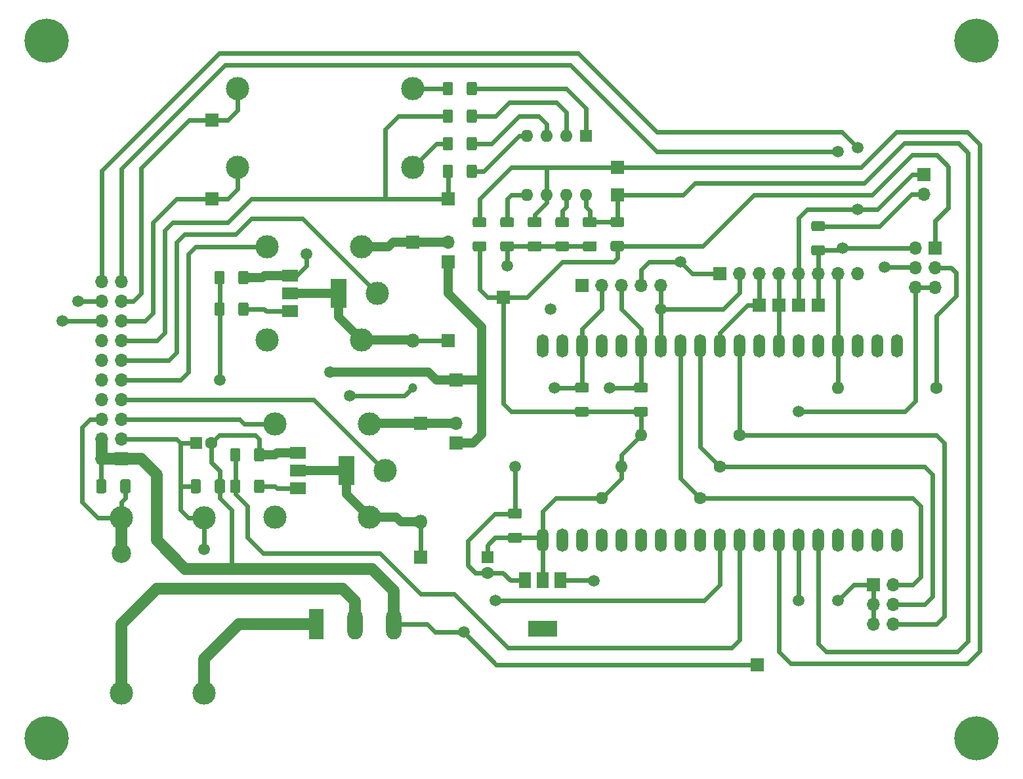
<source format=gbr>
%TF.GenerationSoftware,KiCad,Pcbnew,(5.1.12-1-10_14)*%
%TF.CreationDate,2023-02-10T09:11:58+01:00*%
%TF.ProjectId,Airlock-Mainboard,4169726c-6f63-46b2-9d4d-61696e626f61,rev?*%
%TF.SameCoordinates,Original*%
%TF.FileFunction,Copper,L2,Bot*%
%TF.FilePolarity,Positive*%
%FSLAX46Y46*%
G04 Gerber Fmt 4.6, Leading zero omitted, Abs format (unit mm)*
G04 Created by KiCad (PCBNEW (5.1.12-1-10_14)) date 2023-02-10 09:11:58*
%MOMM*%
%LPD*%
G01*
G04 APERTURE LIST*
%TA.AperFunction,ConnectorPad*%
%ADD10C,5.700000*%
%TD*%
%TA.AperFunction,ComponentPad*%
%ADD11C,3.600000*%
%TD*%
%TA.AperFunction,ComponentPad*%
%ADD12R,1.600000X1.600000*%
%TD*%
%TA.AperFunction,ComponentPad*%
%ADD13C,1.600000*%
%TD*%
%TA.AperFunction,ComponentPad*%
%ADD14R,1.200000X1.200000*%
%TD*%
%TA.AperFunction,ComponentPad*%
%ADD15C,1.200000*%
%TD*%
%TA.AperFunction,ComponentPad*%
%ADD16R,1.800000X1.800000*%
%TD*%
%TA.AperFunction,ComponentPad*%
%ADD17O,1.800000X1.800000*%
%TD*%
%TA.AperFunction,ComponentPad*%
%ADD18C,3.000000*%
%TD*%
%TA.AperFunction,ComponentPad*%
%ADD19R,1.980000X3.960000*%
%TD*%
%TA.AperFunction,ComponentPad*%
%ADD20O,1.980000X3.960000*%
%TD*%
%TA.AperFunction,ComponentPad*%
%ADD21R,1.700000X1.700000*%
%TD*%
%TA.AperFunction,ComponentPad*%
%ADD22O,1.700000X1.700000*%
%TD*%
%TA.AperFunction,SMDPad,CuDef*%
%ADD23R,2.000000X3.800000*%
%TD*%
%TA.AperFunction,SMDPad,CuDef*%
%ADD24R,2.000000X1.500000*%
%TD*%
%TA.AperFunction,SMDPad,CuDef*%
%ADD25R,3.800000X2.000000*%
%TD*%
%TA.AperFunction,SMDPad,CuDef*%
%ADD26R,1.500000X2.000000*%
%TD*%
%TA.AperFunction,ComponentPad*%
%ADD27O,1.600000X1.600000*%
%TD*%
%TA.AperFunction,ComponentPad*%
%ADD28O,1.500000X3.000000*%
%TD*%
%TA.AperFunction,ViaPad*%
%ADD29C,1.500000*%
%TD*%
%TA.AperFunction,ViaPad*%
%ADD30C,2.500000*%
%TD*%
%TA.AperFunction,Conductor*%
%ADD31C,0.600000*%
%TD*%
%TA.AperFunction,Conductor*%
%ADD32C,1.200000*%
%TD*%
%TA.AperFunction,Conductor*%
%ADD33C,1.500000*%
%TD*%
G04 APERTURE END LIST*
D10*
%TO.P,REF\u002A\u002A,1*%
%TO.N,N/C*%
X65000000Y-135000000D03*
D11*
X65000000Y-135000000D03*
%TD*%
D10*
%TO.P,REF\u002A\u002A,1*%
%TO.N,N/C*%
X185000000Y-135000000D03*
D11*
X185000000Y-135000000D03*
%TD*%
D10*
%TO.P,REF\u002A\u002A,1*%
%TO.N,N/C*%
X185000000Y-45000000D03*
D11*
X185000000Y-45000000D03*
%TD*%
D10*
%TO.P,REF\u002A\u002A,1*%
%TO.N,N/C*%
X65000000Y-45000000D03*
D11*
X65000000Y-45000000D03*
%TD*%
D12*
%TO.P,C2,1*%
%TO.N,+5V*%
X84306000Y-96890000D03*
D13*
%TO.P,C2,2*%
%TO.N,GND*%
X86306000Y-96890000D03*
%TD*%
%TO.P,C1,2*%
%TO.N,GND*%
%TA.AperFunction,SMDPad,CuDef*%
G36*
G01*
X86730000Y-103128001D02*
X86730000Y-101827999D01*
G75*
G02*
X86979999Y-101578000I249999J0D01*
G01*
X87805001Y-101578000D01*
G75*
G02*
X88055000Y-101827999I0J-249999D01*
G01*
X88055000Y-103128001D01*
G75*
G02*
X87805001Y-103378000I-249999J0D01*
G01*
X86979999Y-103378000D01*
G75*
G02*
X86730000Y-103128001I0J249999D01*
G01*
G37*
%TD.AperFunction*%
%TO.P,C1,1*%
%TO.N,+5V*%
%TA.AperFunction,SMDPad,CuDef*%
G36*
G01*
X83605000Y-103128001D02*
X83605000Y-101827999D01*
G75*
G02*
X83854999Y-101578000I249999J0D01*
G01*
X84680001Y-101578000D01*
G75*
G02*
X84930000Y-101827999I0J-249999D01*
G01*
X84930000Y-103128001D01*
G75*
G02*
X84680001Y-103378000I-249999J0D01*
G01*
X83854999Y-103378000D01*
G75*
G02*
X83605000Y-103128001I0J249999D01*
G01*
G37*
%TD.AperFunction*%
%TD*%
%TO.P,C3,1*%
%TO.N,+12V*%
%TA.AperFunction,SMDPad,CuDef*%
G36*
G01*
X75863000Y-101827999D02*
X75863000Y-103128001D01*
G75*
G02*
X75613001Y-103378000I-249999J0D01*
G01*
X74787999Y-103378000D01*
G75*
G02*
X74538000Y-103128001I0J249999D01*
G01*
X74538000Y-101827999D01*
G75*
G02*
X74787999Y-101578000I249999J0D01*
G01*
X75613001Y-101578000D01*
G75*
G02*
X75863000Y-101827999I0J-249999D01*
G01*
G37*
%TD.AperFunction*%
%TO.P,C3,2*%
%TO.N,GND*%
%TA.AperFunction,SMDPad,CuDef*%
G36*
G01*
X72738000Y-101827999D02*
X72738000Y-103128001D01*
G75*
G02*
X72488001Y-103378000I-249999J0D01*
G01*
X71662999Y-103378000D01*
G75*
G02*
X71413000Y-103128001I0J249999D01*
G01*
X71413000Y-101827999D01*
G75*
G02*
X71662999Y-101578000I249999J0D01*
G01*
X72488001Y-101578000D01*
G75*
G02*
X72738000Y-101827999I0J-249999D01*
G01*
G37*
%TD.AperFunction*%
%TD*%
%TO.P,C4,1*%
%TO.N,+3V3*%
%TA.AperFunction,SMDPad,CuDef*%
G36*
G01*
X126104001Y-109783000D02*
X124803999Y-109783000D01*
G75*
G02*
X124554000Y-109533001I0J249999D01*
G01*
X124554000Y-108707999D01*
G75*
G02*
X124803999Y-108458000I249999J0D01*
G01*
X126104001Y-108458000D01*
G75*
G02*
X126354000Y-108707999I0J-249999D01*
G01*
X126354000Y-109533001D01*
G75*
G02*
X126104001Y-109783000I-249999J0D01*
G01*
G37*
%TD.AperFunction*%
%TO.P,C4,2*%
%TO.N,GND*%
%TA.AperFunction,SMDPad,CuDef*%
G36*
G01*
X126104001Y-106658000D02*
X124803999Y-106658000D01*
G75*
G02*
X124554000Y-106408001I0J249999D01*
G01*
X124554000Y-105582999D01*
G75*
G02*
X124803999Y-105333000I249999J0D01*
G01*
X126104001Y-105333000D01*
G75*
G02*
X126354000Y-105582999I0J-249999D01*
G01*
X126354000Y-106408001D01*
G75*
G02*
X126104001Y-106658000I-249999J0D01*
G01*
G37*
%TD.AperFunction*%
%TD*%
D14*
%TO.P,C5,1*%
%TO.N,+12V*%
X112246000Y-87746000D03*
D15*
%TO.P,C5,2*%
%TO.N,GND*%
X112246000Y-89746000D03*
%TD*%
D13*
%TO.P,C6,2*%
%TO.N,GND*%
X121898000Y-113622000D03*
D12*
%TO.P,C6,1*%
%TO.N,+3V3*%
X121898000Y-111622000D03*
%TD*%
%TO.P,C7,2*%
%TO.N,GND*%
%TA.AperFunction,SMDPad,CuDef*%
G36*
G01*
X127343999Y-70866000D02*
X128644001Y-70866000D01*
G75*
G02*
X128894000Y-71115999I0J-249999D01*
G01*
X128894000Y-71941001D01*
G75*
G02*
X128644001Y-72191000I-249999J0D01*
G01*
X127343999Y-72191000D01*
G75*
G02*
X127094000Y-71941001I0J249999D01*
G01*
X127094000Y-71115999D01*
G75*
G02*
X127343999Y-70866000I249999J0D01*
G01*
G37*
%TD.AperFunction*%
%TO.P,C7,1*%
%TO.N,KlingelAussen_3V3*%
%TA.AperFunction,SMDPad,CuDef*%
G36*
G01*
X127343999Y-67741000D02*
X128644001Y-67741000D01*
G75*
G02*
X128894000Y-67990999I0J-249999D01*
G01*
X128894000Y-68816001D01*
G75*
G02*
X128644001Y-69066000I-249999J0D01*
G01*
X127343999Y-69066000D01*
G75*
G02*
X127094000Y-68816001I0J249999D01*
G01*
X127094000Y-67990999D01*
G75*
G02*
X127343999Y-67741000I249999J0D01*
G01*
G37*
%TD.AperFunction*%
%TD*%
%TO.P,C8,1*%
%TO.N,KlingelInnen_3V3*%
%TA.AperFunction,SMDPad,CuDef*%
G36*
G01*
X134455999Y-67741000D02*
X135756001Y-67741000D01*
G75*
G02*
X136006000Y-67990999I0J-249999D01*
G01*
X136006000Y-68816001D01*
G75*
G02*
X135756001Y-69066000I-249999J0D01*
G01*
X134455999Y-69066000D01*
G75*
G02*
X134206000Y-68816001I0J249999D01*
G01*
X134206000Y-67990999D01*
G75*
G02*
X134455999Y-67741000I249999J0D01*
G01*
G37*
%TD.AperFunction*%
%TO.P,C8,2*%
%TO.N,GND*%
%TA.AperFunction,SMDPad,CuDef*%
G36*
G01*
X134455999Y-70866000D02*
X135756001Y-70866000D01*
G75*
G02*
X136006000Y-71115999I0J-249999D01*
G01*
X136006000Y-71941001D01*
G75*
G02*
X135756001Y-72191000I-249999J0D01*
G01*
X134455999Y-72191000D01*
G75*
G02*
X134206000Y-71941001I0J249999D01*
G01*
X134206000Y-71115999D01*
G75*
G02*
X134455999Y-70866000I249999J0D01*
G01*
G37*
%TD.AperFunction*%
%TD*%
D16*
%TO.P,D1,1*%
%TO.N,Net-(D1-Pad1)*%
X112246000Y-70982000D03*
D17*
%TO.P,D1,2*%
%TO.N,Net-(D1-Pad2)*%
X112246000Y-83682000D03*
%TD*%
%TO.P,D2,2*%
%TO.N,Net-(D2-Pad2)*%
X113262000Y-107050000D03*
D16*
%TO.P,D2,1*%
%TO.N,Net-(D2-Pad1)*%
X113262000Y-94350000D03*
%TD*%
D18*
%TO.P,F1,2*%
%TO.N,+12V*%
X74654000Y-106542000D03*
%TO.P,F1,1*%
%TO.N,Net-(F1-Pad1)*%
X74654000Y-129142000D03*
%TD*%
%TO.P,F2,1*%
%TO.N,+5V*%
X85322000Y-106542000D03*
%TO.P,F2,2*%
%TO.N,Net-(F2-Pad2)*%
X85322000Y-129142000D03*
%TD*%
%TO.P,F3,2*%
%TO.N,Klingel_Aussen_AC_in*%
X89646000Y-61330000D03*
%TO.P,F3,1*%
%TO.N,Net-(F3-Pad1)*%
X112246000Y-61330000D03*
%TD*%
%TO.P,F4,1*%
%TO.N,Net-(F4-Pad1)*%
X112246000Y-51170000D03*
%TO.P,F4,2*%
%TO.N,Klingel_Innen_AC_in*%
X89646000Y-51170000D03*
%TD*%
D19*
%TO.P,J1,1*%
%TO.N,Net-(F2-Pad2)*%
X99822000Y-120258000D03*
D20*
%TO.P,J1,2*%
%TO.N,Net-(F1-Pad1)*%
X104822000Y-120258000D03*
%TO.P,J1,3*%
%TO.N,GND*%
X109822000Y-120258000D03*
%TD*%
D21*
%TO.P,J2,1*%
%TO.N,N/C*%
X134090000Y-76570000D03*
D22*
%TO.P,J2,2*%
%TO.N,I2C_SCL*%
X136630000Y-76570000D03*
%TO.P,J2,3*%
%TO.N,I2C_SDA*%
X139170000Y-76570000D03*
%TO.P,J2,4*%
%TO.N,+5V*%
X141710000Y-76570000D03*
%TO.P,J2,5*%
%TO.N,GND*%
X144250000Y-76570000D03*
%TD*%
D21*
%TO.P,J3,1*%
%TO.N,GND*%
X171682000Y-115178000D03*
D22*
%TO.P,J3,2*%
%TO.N,Taster_C1*%
X174222000Y-115178000D03*
%TO.P,J3,3*%
%TO.N,GND*%
X171682000Y-117718000D03*
%TO.P,J3,4*%
%TO.N,Taster_B1*%
X174222000Y-117718000D03*
%TO.P,J3,5*%
%TO.N,GND*%
X171682000Y-120258000D03*
%TO.P,J3,6*%
%TO.N,Taster_A1*%
X174222000Y-120258000D03*
%TD*%
D21*
%TO.P,J4,1*%
%TO.N,GND*%
X74654000Y-98922000D03*
D22*
%TO.P,J4,2*%
X72114000Y-98922000D03*
%TO.P,J4,3*%
%TO.N,+5V*%
X74654000Y-96382000D03*
%TO.P,J4,4*%
%TO.N,GND*%
X72114000Y-96382000D03*
%TO.P,J4,5*%
%TO.N,Buzzer_Innen_AC1*%
X74654000Y-93842000D03*
%TO.P,J4,6*%
%TO.N,+12V*%
X72114000Y-93842000D03*
%TO.P,J4,7*%
%TO.N,Buzzer_Innen_AC2*%
X74654000Y-91302000D03*
%TO.P,J4,8*%
%TO.N,N/C*%
X72114000Y-91302000D03*
%TO.P,J4,9*%
%TO.N,Buzzer_Aussen_AC1*%
X74654000Y-88762000D03*
%TO.P,J4,10*%
%TO.N,N/C*%
X72114000Y-88762000D03*
%TO.P,J4,11*%
%TO.N,Buzzer_Aussen_AC2*%
X74654000Y-86222000D03*
%TO.P,J4,12*%
%TO.N,N/C*%
X72114000Y-86222000D03*
%TO.P,J4,13*%
%TO.N,Klingel_AC_GND*%
X74654000Y-83682000D03*
%TO.P,J4,14*%
%TO.N,N/C*%
X72114000Y-83682000D03*
%TO.P,J4,15*%
%TO.N,Klingel_Aussen_AC_in*%
X74654000Y-81142000D03*
%TO.P,J4,16*%
%TO.N,I2C_SCL*%
X72114000Y-81142000D03*
%TO.P,J4,17*%
%TO.N,Klingel_Innen_AC_in*%
X74654000Y-78602000D03*
%TO.P,J4,18*%
%TO.N,I2C_SDA*%
X72114000Y-78602000D03*
%TO.P,J4,19*%
%TO.N,CAN_LOW*%
X74654000Y-76062000D03*
%TO.P,J4,20*%
%TO.N,CAN_HIGH*%
X72114000Y-76062000D03*
%TD*%
D21*
%TO.P,J5,1*%
%TO.N,+5V*%
X151870000Y-75046000D03*
D22*
%TO.P,J5,2*%
%TO.N,GND*%
X154410000Y-75046000D03*
%TO.P,J5,3*%
%TO.N,CAN_TX*%
X156950000Y-75046000D03*
%TO.P,J5,4*%
%TO.N,CAN_RX*%
X159490000Y-75046000D03*
%TO.P,J5,5*%
%TO.N,CAN_HIGH*%
X162030000Y-75046000D03*
%TO.P,J5,6*%
%TO.N,CAN_LOW*%
X164570000Y-75046000D03*
%TO.P,J5,7*%
%TO.N,TJA1051_S*%
X167110000Y-75046000D03*
%TO.P,J5,8*%
%TO.N,N/C*%
X169650000Y-75046000D03*
%TD*%
D21*
%TO.P,J6,1*%
%TO.N,+3V3*%
X179678000Y-71734000D03*
D22*
%TO.P,J6,2*%
%TO.N,CAN_LOW*%
X177138000Y-71734000D03*
%TO.P,J6,3*%
%TO.N,+5V*%
X179678000Y-74274000D03*
%TO.P,J6,4*%
%TO.N,CAN_HIGH*%
X177138000Y-74274000D03*
%TO.P,J6,5*%
%TO.N,GND*%
X179678000Y-76814000D03*
%TO.P,J6,6*%
X177138000Y-76814000D03*
%TD*%
%TO.P,JP1,2*%
%TO.N,Net-(D1-Pad1)*%
X116818000Y-70982000D03*
D21*
%TO.P,JP1,1*%
%TO.N,+12V*%
X116818000Y-73522000D03*
%TD*%
%TO.P,JP2,1*%
%TO.N,+12V*%
X117834000Y-96890000D03*
D22*
%TO.P,JP2,2*%
%TO.N,Net-(D2-Pad1)*%
X117834000Y-94350000D03*
%TD*%
D21*
%TO.P,JP3,1*%
%TO.N,CAN_HIGH*%
X178178000Y-62234000D03*
D22*
%TO.P,JP3,2*%
%TO.N,Net-(JP3-Pad2)*%
X178178000Y-64774000D03*
%TD*%
D18*
%TO.P,K1,11*%
%TO.N,Buzzer_Aussen_AC2*%
X107674000Y-77586000D03*
%TO.P,K1,A2*%
%TO.N,Net-(D1-Pad2)*%
X105674000Y-83586000D03*
%TO.P,K1,12*%
%TO.N,N/C*%
X93474000Y-83586000D03*
%TO.P,K1,14*%
%TO.N,Buzzer_Aussen_AC1*%
X93474000Y-71586000D03*
%TO.P,K1,A1*%
%TO.N,Net-(D1-Pad1)*%
X105674000Y-71586000D03*
%TD*%
%TO.P,K2,A1*%
%TO.N,Net-(D2-Pad1)*%
X106690000Y-94446000D03*
%TO.P,K2,14*%
%TO.N,Buzzer_Innen_AC1*%
X94490000Y-94446000D03*
%TO.P,K2,12*%
%TO.N,N/C*%
X94490000Y-106446000D03*
%TO.P,K2,A2*%
%TO.N,Net-(D2-Pad2)*%
X106690000Y-106446000D03*
%TO.P,K2,11*%
%TO.N,Buzzer_Innen_AC2*%
X108690000Y-100446000D03*
%TD*%
D21*
%TO.P,MP1,1*%
%TO.N,Klingel_Aussen_AC_in*%
X86338000Y-65394000D03*
%TD*%
%TO.P,MP2,1*%
%TO.N,Klingel_AC_GND*%
X116818000Y-65394000D03*
%TD*%
%TO.P,MP3,1*%
%TO.N,Klingel_Innen_AC_in*%
X86338000Y-55234000D03*
%TD*%
%TO.P,MP4,1*%
%TO.N,+12V*%
X117834000Y-88762000D03*
%TD*%
%TO.P,MP5,1*%
%TO.N,GND*%
X156718000Y-125476000D03*
%TD*%
%TO.P,MP6,1*%
%TO.N,+3V3*%
X123930000Y-78094000D03*
%TD*%
%TO.P,MP7,1*%
%TO.N,KlingelAussen_3V3*%
X138662000Y-61330000D03*
%TD*%
%TO.P,MP8,1*%
%TO.N,KlingelInnen_3V3*%
X138662000Y-64886000D03*
%TD*%
%TO.P,MP9,1*%
%TO.N,Net-(D1-Pad2)*%
X116818000Y-83682000D03*
%TD*%
%TO.P,MP10,1*%
%TO.N,Net-(D2-Pad2)*%
X113262000Y-111622000D03*
%TD*%
%TO.P,MP11,1*%
%TO.N,CAN_TX*%
X156950000Y-79110000D03*
%TD*%
%TO.P,MP12,1*%
%TO.N,CAN_RX*%
X159490000Y-79110000D03*
%TD*%
%TO.P,MP13,1*%
%TO.N,CAN_HIGH*%
X162030000Y-79110000D03*
%TD*%
%TO.P,MP14,1*%
%TO.N,CAN_LOW*%
X164570000Y-79110000D03*
%TD*%
D23*
%TO.P,Q1,2*%
%TO.N,Net-(D1-Pad2)*%
X102696000Y-77586000D03*
D24*
X96396000Y-77586000D03*
%TO.P,Q1,3*%
%TO.N,GND*%
X96396000Y-75286000D03*
%TO.P,Q1,1*%
%TO.N,Net-(Q1-Pad1)*%
X96396000Y-79886000D03*
%TD*%
%TO.P,Q2,1*%
%TO.N,Net-(Q2-Pad1)*%
X97412000Y-102746000D03*
%TO.P,Q2,3*%
%TO.N,GND*%
X97412000Y-98146000D03*
%TO.P,Q2,2*%
%TO.N,Net-(D2-Pad2)*%
X97412000Y-100446000D03*
D23*
X103712000Y-100446000D03*
%TD*%
%TO.P,R1,1*%
%TO.N,Net-(R1-Pad1)*%
%TA.AperFunction,SMDPad,CuDef*%
G36*
G01*
X120542000Y-57657000D02*
X120542000Y-58907000D01*
G75*
G02*
X120292000Y-59157000I-250000J0D01*
G01*
X119492000Y-59157000D01*
G75*
G02*
X119242000Y-58907000I0J250000D01*
G01*
X119242000Y-57657000D01*
G75*
G02*
X119492000Y-57407000I250000J0D01*
G01*
X120292000Y-57407000D01*
G75*
G02*
X120542000Y-57657000I0J-250000D01*
G01*
G37*
%TD.AperFunction*%
%TO.P,R1,2*%
%TO.N,Net-(F3-Pad1)*%
%TA.AperFunction,SMDPad,CuDef*%
G36*
G01*
X117442000Y-57657000D02*
X117442000Y-58907000D01*
G75*
G02*
X117192000Y-59157000I-250000J0D01*
G01*
X116392000Y-59157000D01*
G75*
G02*
X116142000Y-58907000I0J250000D01*
G01*
X116142000Y-57657000D01*
G75*
G02*
X116392000Y-57407000I250000J0D01*
G01*
X117192000Y-57407000D01*
G75*
G02*
X117442000Y-57657000I0J-250000D01*
G01*
G37*
%TD.AperFunction*%
%TD*%
%TO.P,R2,2*%
%TO.N,Klingel_AC_GND*%
%TA.AperFunction,SMDPad,CuDef*%
G36*
G01*
X117442000Y-61213000D02*
X117442000Y-62463000D01*
G75*
G02*
X117192000Y-62713000I-250000J0D01*
G01*
X116392000Y-62713000D01*
G75*
G02*
X116142000Y-62463000I0J250000D01*
G01*
X116142000Y-61213000D01*
G75*
G02*
X116392000Y-60963000I250000J0D01*
G01*
X117192000Y-60963000D01*
G75*
G02*
X117442000Y-61213000I0J-250000D01*
G01*
G37*
%TD.AperFunction*%
%TO.P,R2,1*%
%TO.N,Net-(R2-Pad1)*%
%TA.AperFunction,SMDPad,CuDef*%
G36*
G01*
X120542000Y-61213000D02*
X120542000Y-62463000D01*
G75*
G02*
X120292000Y-62713000I-250000J0D01*
G01*
X119492000Y-62713000D01*
G75*
G02*
X119242000Y-62463000I0J250000D01*
G01*
X119242000Y-61213000D01*
G75*
G02*
X119492000Y-60963000I250000J0D01*
G01*
X120292000Y-60963000D01*
G75*
G02*
X120542000Y-61213000I0J-250000D01*
G01*
G37*
%TD.AperFunction*%
%TD*%
%TO.P,R3,1*%
%TO.N,Net-(R3-Pad1)*%
%TA.AperFunction,SMDPad,CuDef*%
G36*
G01*
X120542000Y-50545000D02*
X120542000Y-51795000D01*
G75*
G02*
X120292000Y-52045000I-250000J0D01*
G01*
X119492000Y-52045000D01*
G75*
G02*
X119242000Y-51795000I0J250000D01*
G01*
X119242000Y-50545000D01*
G75*
G02*
X119492000Y-50295000I250000J0D01*
G01*
X120292000Y-50295000D01*
G75*
G02*
X120542000Y-50545000I0J-250000D01*
G01*
G37*
%TD.AperFunction*%
%TO.P,R3,2*%
%TO.N,Net-(F4-Pad1)*%
%TA.AperFunction,SMDPad,CuDef*%
G36*
G01*
X117442000Y-50545000D02*
X117442000Y-51795000D01*
G75*
G02*
X117192000Y-52045000I-250000J0D01*
G01*
X116392000Y-52045000D01*
G75*
G02*
X116142000Y-51795000I0J250000D01*
G01*
X116142000Y-50545000D01*
G75*
G02*
X116392000Y-50295000I250000J0D01*
G01*
X117192000Y-50295000D01*
G75*
G02*
X117442000Y-50545000I0J-250000D01*
G01*
G37*
%TD.AperFunction*%
%TD*%
%TO.P,R4,2*%
%TO.N,Klingel_AC_GND*%
%TA.AperFunction,SMDPad,CuDef*%
G36*
G01*
X117442000Y-54101000D02*
X117442000Y-55351000D01*
G75*
G02*
X117192000Y-55601000I-250000J0D01*
G01*
X116392000Y-55601000D01*
G75*
G02*
X116142000Y-55351000I0J250000D01*
G01*
X116142000Y-54101000D01*
G75*
G02*
X116392000Y-53851000I250000J0D01*
G01*
X117192000Y-53851000D01*
G75*
G02*
X117442000Y-54101000I0J-250000D01*
G01*
G37*
%TD.AperFunction*%
%TO.P,R4,1*%
%TO.N,Net-(R4-Pad1)*%
%TA.AperFunction,SMDPad,CuDef*%
G36*
G01*
X120542000Y-54101000D02*
X120542000Y-55351000D01*
G75*
G02*
X120292000Y-55601000I-250000J0D01*
G01*
X119492000Y-55601000D01*
G75*
G02*
X119242000Y-55351000I0J250000D01*
G01*
X119242000Y-54101000D01*
G75*
G02*
X119492000Y-53851000I250000J0D01*
G01*
X120292000Y-53851000D01*
G75*
G02*
X120542000Y-54101000I0J-250000D01*
G01*
G37*
%TD.AperFunction*%
%TD*%
%TO.P,R5,2*%
%TO.N,GND*%
%TA.AperFunction,SMDPad,CuDef*%
G36*
G01*
X123813000Y-70866000D02*
X125063000Y-70866000D01*
G75*
G02*
X125313000Y-71116000I0J-250000D01*
G01*
X125313000Y-71916000D01*
G75*
G02*
X125063000Y-72166000I-250000J0D01*
G01*
X123813000Y-72166000D01*
G75*
G02*
X123563000Y-71916000I0J250000D01*
G01*
X123563000Y-71116000D01*
G75*
G02*
X123813000Y-70866000I250000J0D01*
G01*
G37*
%TD.AperFunction*%
%TO.P,R5,1*%
%TO.N,Net-(R5-Pad1)*%
%TA.AperFunction,SMDPad,CuDef*%
G36*
G01*
X123813000Y-67766000D02*
X125063000Y-67766000D01*
G75*
G02*
X125313000Y-68016000I0J-250000D01*
G01*
X125313000Y-68816000D01*
G75*
G02*
X125063000Y-69066000I-250000J0D01*
G01*
X123813000Y-69066000D01*
G75*
G02*
X123563000Y-68816000I0J250000D01*
G01*
X123563000Y-68016000D01*
G75*
G02*
X123813000Y-67766000I250000J0D01*
G01*
G37*
%TD.AperFunction*%
%TD*%
%TO.P,R6,1*%
%TO.N,Net-(R6-Pad1)*%
%TA.AperFunction,SMDPad,CuDef*%
G36*
G01*
X130925000Y-67766000D02*
X132175000Y-67766000D01*
G75*
G02*
X132425000Y-68016000I0J-250000D01*
G01*
X132425000Y-68816000D01*
G75*
G02*
X132175000Y-69066000I-250000J0D01*
G01*
X130925000Y-69066000D01*
G75*
G02*
X130675000Y-68816000I0J250000D01*
G01*
X130675000Y-68016000D01*
G75*
G02*
X130925000Y-67766000I250000J0D01*
G01*
G37*
%TD.AperFunction*%
%TO.P,R6,2*%
%TO.N,GND*%
%TA.AperFunction,SMDPad,CuDef*%
G36*
G01*
X130925000Y-70866000D02*
X132175000Y-70866000D01*
G75*
G02*
X132425000Y-71116000I0J-250000D01*
G01*
X132425000Y-71916000D01*
G75*
G02*
X132175000Y-72166000I-250000J0D01*
G01*
X130925000Y-72166000D01*
G75*
G02*
X130675000Y-71916000I0J250000D01*
G01*
X130675000Y-71116000D01*
G75*
G02*
X130925000Y-70866000I250000J0D01*
G01*
G37*
%TD.AperFunction*%
%TD*%
%TO.P,R7,1*%
%TO.N,KlingelAussen_3V3*%
%TA.AperFunction,SMDPad,CuDef*%
G36*
G01*
X120257000Y-67766000D02*
X121507000Y-67766000D01*
G75*
G02*
X121757000Y-68016000I0J-250000D01*
G01*
X121757000Y-68816000D01*
G75*
G02*
X121507000Y-69066000I-250000J0D01*
G01*
X120257000Y-69066000D01*
G75*
G02*
X120007000Y-68816000I0J250000D01*
G01*
X120007000Y-68016000D01*
G75*
G02*
X120257000Y-67766000I250000J0D01*
G01*
G37*
%TD.AperFunction*%
%TO.P,R7,2*%
%TO.N,+3V3*%
%TA.AperFunction,SMDPad,CuDef*%
G36*
G01*
X120257000Y-70866000D02*
X121507000Y-70866000D01*
G75*
G02*
X121757000Y-71116000I0J-250000D01*
G01*
X121757000Y-71916000D01*
G75*
G02*
X121507000Y-72166000I-250000J0D01*
G01*
X120257000Y-72166000D01*
G75*
G02*
X120007000Y-71916000I0J250000D01*
G01*
X120007000Y-71116000D01*
G75*
G02*
X120257000Y-70866000I250000J0D01*
G01*
G37*
%TD.AperFunction*%
%TD*%
%TO.P,R8,1*%
%TO.N,KlingelInnen_3V3*%
%TA.AperFunction,SMDPad,CuDef*%
G36*
G01*
X138037000Y-67740000D02*
X139287000Y-67740000D01*
G75*
G02*
X139537000Y-67990000I0J-250000D01*
G01*
X139537000Y-68790000D01*
G75*
G02*
X139287000Y-69040000I-250000J0D01*
G01*
X138037000Y-69040000D01*
G75*
G02*
X137787000Y-68790000I0J250000D01*
G01*
X137787000Y-67990000D01*
G75*
G02*
X138037000Y-67740000I250000J0D01*
G01*
G37*
%TD.AperFunction*%
%TO.P,R8,2*%
%TO.N,+3V3*%
%TA.AperFunction,SMDPad,CuDef*%
G36*
G01*
X138037000Y-70840000D02*
X139287000Y-70840000D01*
G75*
G02*
X139537000Y-71090000I0J-250000D01*
G01*
X139537000Y-71890000D01*
G75*
G02*
X139287000Y-72140000I-250000J0D01*
G01*
X138037000Y-72140000D01*
G75*
G02*
X137787000Y-71890000I0J250000D01*
G01*
X137787000Y-71090000D01*
G75*
G02*
X138037000Y-70840000I250000J0D01*
G01*
G37*
%TD.AperFunction*%
%TD*%
%TO.P,R12,1*%
%TO.N,Net-(Q1-Pad1)*%
%TA.AperFunction,SMDPad,CuDef*%
G36*
G01*
X91078000Y-78993000D02*
X91078000Y-80243000D01*
G75*
G02*
X90828000Y-80493000I-250000J0D01*
G01*
X90028000Y-80493000D01*
G75*
G02*
X89778000Y-80243000I0J250000D01*
G01*
X89778000Y-78993000D01*
G75*
G02*
X90028000Y-78743000I250000J0D01*
G01*
X90828000Y-78743000D01*
G75*
G02*
X91078000Y-78993000I0J-250000D01*
G01*
G37*
%TD.AperFunction*%
%TO.P,R12,2*%
%TO.N,BuzzerAussen_3V3*%
%TA.AperFunction,SMDPad,CuDef*%
G36*
G01*
X87978000Y-78993000D02*
X87978000Y-80243000D01*
G75*
G02*
X87728000Y-80493000I-250000J0D01*
G01*
X86928000Y-80493000D01*
G75*
G02*
X86678000Y-80243000I0J250000D01*
G01*
X86678000Y-78993000D01*
G75*
G02*
X86928000Y-78743000I250000J0D01*
G01*
X87728000Y-78743000D01*
G75*
G02*
X87978000Y-78993000I0J-250000D01*
G01*
G37*
%TD.AperFunction*%
%TD*%
%TO.P,R13,2*%
%TO.N,BuzzerAussen_3V3*%
%TA.AperFunction,SMDPad,CuDef*%
G36*
G01*
X87978000Y-74929000D02*
X87978000Y-76179000D01*
G75*
G02*
X87728000Y-76429000I-250000J0D01*
G01*
X86928000Y-76429000D01*
G75*
G02*
X86678000Y-76179000I0J250000D01*
G01*
X86678000Y-74929000D01*
G75*
G02*
X86928000Y-74679000I250000J0D01*
G01*
X87728000Y-74679000D01*
G75*
G02*
X87978000Y-74929000I0J-250000D01*
G01*
G37*
%TD.AperFunction*%
%TO.P,R13,1*%
%TO.N,GND*%
%TA.AperFunction,SMDPad,CuDef*%
G36*
G01*
X91078000Y-74929000D02*
X91078000Y-76179000D01*
G75*
G02*
X90828000Y-76429000I-250000J0D01*
G01*
X90028000Y-76429000D01*
G75*
G02*
X89778000Y-76179000I0J250000D01*
G01*
X89778000Y-74929000D01*
G75*
G02*
X90028000Y-74679000I250000J0D01*
G01*
X90828000Y-74679000D01*
G75*
G02*
X91078000Y-74929000I0J-250000D01*
G01*
G37*
%TD.AperFunction*%
%TD*%
%TO.P,R14,1*%
%TO.N,I2C_SDA*%
%TA.AperFunction,SMDPad,CuDef*%
G36*
G01*
X141085000Y-89102000D02*
X142335000Y-89102000D01*
G75*
G02*
X142585000Y-89352000I0J-250000D01*
G01*
X142585000Y-90152000D01*
G75*
G02*
X142335000Y-90402000I-250000J0D01*
G01*
X141085000Y-90402000D01*
G75*
G02*
X140835000Y-90152000I0J250000D01*
G01*
X140835000Y-89352000D01*
G75*
G02*
X141085000Y-89102000I250000J0D01*
G01*
G37*
%TD.AperFunction*%
%TO.P,R14,2*%
%TO.N,+3V3*%
%TA.AperFunction,SMDPad,CuDef*%
G36*
G01*
X141085000Y-92202000D02*
X142335000Y-92202000D01*
G75*
G02*
X142585000Y-92452000I0J-250000D01*
G01*
X142585000Y-93252000D01*
G75*
G02*
X142335000Y-93502000I-250000J0D01*
G01*
X141085000Y-93502000D01*
G75*
G02*
X140835000Y-93252000I0J250000D01*
G01*
X140835000Y-92452000D01*
G75*
G02*
X141085000Y-92202000I250000J0D01*
G01*
G37*
%TD.AperFunction*%
%TD*%
%TO.P,R15,1*%
%TO.N,I2C_SCL*%
%TA.AperFunction,SMDPad,CuDef*%
G36*
G01*
X133465000Y-89102000D02*
X134715000Y-89102000D01*
G75*
G02*
X134965000Y-89352000I0J-250000D01*
G01*
X134965000Y-90152000D01*
G75*
G02*
X134715000Y-90402000I-250000J0D01*
G01*
X133465000Y-90402000D01*
G75*
G02*
X133215000Y-90152000I0J250000D01*
G01*
X133215000Y-89352000D01*
G75*
G02*
X133465000Y-89102000I250000J0D01*
G01*
G37*
%TD.AperFunction*%
%TO.P,R15,2*%
%TO.N,+3V3*%
%TA.AperFunction,SMDPad,CuDef*%
G36*
G01*
X133465000Y-92202000D02*
X134715000Y-92202000D01*
G75*
G02*
X134965000Y-92452000I0J-250000D01*
G01*
X134965000Y-93252000D01*
G75*
G02*
X134715000Y-93502000I-250000J0D01*
G01*
X133465000Y-93502000D01*
G75*
G02*
X133215000Y-93252000I0J250000D01*
G01*
X133215000Y-92452000D01*
G75*
G02*
X133465000Y-92202000I250000J0D01*
G01*
G37*
%TD.AperFunction*%
%TD*%
%TO.P,R17,1*%
%TO.N,Net-(Q2-Pad1)*%
%TA.AperFunction,SMDPad,CuDef*%
G36*
G01*
X93110000Y-101853000D02*
X93110000Y-103103000D01*
G75*
G02*
X92860000Y-103353000I-250000J0D01*
G01*
X92060000Y-103353000D01*
G75*
G02*
X91810000Y-103103000I0J250000D01*
G01*
X91810000Y-101853000D01*
G75*
G02*
X92060000Y-101603000I250000J0D01*
G01*
X92860000Y-101603000D01*
G75*
G02*
X93110000Y-101853000I0J-250000D01*
G01*
G37*
%TD.AperFunction*%
%TO.P,R17,2*%
%TO.N,BuzzerInnen_3V3*%
%TA.AperFunction,SMDPad,CuDef*%
G36*
G01*
X90010000Y-101853000D02*
X90010000Y-103103000D01*
G75*
G02*
X89760000Y-103353000I-250000J0D01*
G01*
X88960000Y-103353000D01*
G75*
G02*
X88710000Y-103103000I0J250000D01*
G01*
X88710000Y-101853000D01*
G75*
G02*
X88960000Y-101603000I250000J0D01*
G01*
X89760000Y-101603000D01*
G75*
G02*
X90010000Y-101853000I0J-250000D01*
G01*
G37*
%TD.AperFunction*%
%TD*%
%TO.P,R18,2*%
%TO.N,BuzzerInnen_3V3*%
%TA.AperFunction,SMDPad,CuDef*%
G36*
G01*
X90010000Y-97789000D02*
X90010000Y-99039000D01*
G75*
G02*
X89760000Y-99289000I-250000J0D01*
G01*
X88960000Y-99289000D01*
G75*
G02*
X88710000Y-99039000I0J250000D01*
G01*
X88710000Y-97789000D01*
G75*
G02*
X88960000Y-97539000I250000J0D01*
G01*
X89760000Y-97539000D01*
G75*
G02*
X90010000Y-97789000I0J-250000D01*
G01*
G37*
%TD.AperFunction*%
%TO.P,R18,1*%
%TO.N,GND*%
%TA.AperFunction,SMDPad,CuDef*%
G36*
G01*
X93110000Y-97789000D02*
X93110000Y-99039000D01*
G75*
G02*
X92860000Y-99289000I-250000J0D01*
G01*
X92060000Y-99289000D01*
G75*
G02*
X91810000Y-99039000I0J250000D01*
G01*
X91810000Y-97789000D01*
G75*
G02*
X92060000Y-97539000I250000J0D01*
G01*
X92860000Y-97539000D01*
G75*
G02*
X93110000Y-97789000I0J-250000D01*
G01*
G37*
%TD.AperFunction*%
%TD*%
%TO.P,R19,2*%
%TO.N,CAN_LOW*%
%TA.AperFunction,SMDPad,CuDef*%
G36*
G01*
X163945000Y-71374000D02*
X165195000Y-71374000D01*
G75*
G02*
X165445000Y-71624000I0J-250000D01*
G01*
X165445000Y-72424000D01*
G75*
G02*
X165195000Y-72674000I-250000J0D01*
G01*
X163945000Y-72674000D01*
G75*
G02*
X163695000Y-72424000I0J250000D01*
G01*
X163695000Y-71624000D01*
G75*
G02*
X163945000Y-71374000I250000J0D01*
G01*
G37*
%TD.AperFunction*%
%TO.P,R19,1*%
%TO.N,Net-(JP3-Pad2)*%
%TA.AperFunction,SMDPad,CuDef*%
G36*
G01*
X163945000Y-68274000D02*
X165195000Y-68274000D01*
G75*
G02*
X165445000Y-68524000I0J-250000D01*
G01*
X165445000Y-69324000D01*
G75*
G02*
X165195000Y-69574000I-250000J0D01*
G01*
X163945000Y-69574000D01*
G75*
G02*
X163695000Y-69324000I0J250000D01*
G01*
X163695000Y-68524000D01*
G75*
G02*
X163945000Y-68274000I250000J0D01*
G01*
G37*
%TD.AperFunction*%
%TD*%
D25*
%TO.P,U1,4*%
%TO.N,N/C*%
X129010000Y-120868000D03*
D26*
%TO.P,U1,2*%
%TO.N,+3V3*%
X129010000Y-114568000D03*
%TO.P,U1,3*%
%TO.N,+5V*%
X131310000Y-114568000D03*
%TO.P,U1,1*%
%TO.N,GND*%
X126710000Y-114568000D03*
%TD*%
D12*
%TO.P,U2,1*%
%TO.N,Net-(R3-Pad1)*%
X134598000Y-57266000D03*
D27*
%TO.P,U2,5*%
%TO.N,Net-(R5-Pad1)*%
X126978000Y-64886000D03*
%TO.P,U2,2*%
%TO.N,Net-(R4-Pad1)*%
X132058000Y-57266000D03*
%TO.P,U2,6*%
%TO.N,KlingelAussen_3V3*%
X129518000Y-64886000D03*
%TO.P,U2,3*%
%TO.N,Net-(R1-Pad1)*%
X129518000Y-57266000D03*
%TO.P,U2,7*%
%TO.N,Net-(R6-Pad1)*%
X132058000Y-64886000D03*
%TO.P,U2,4*%
%TO.N,Net-(R2-Pad1)*%
X126978000Y-57266000D03*
%TO.P,U2,8*%
%TO.N,KlingelInnen_3V3*%
X134598000Y-64886000D03*
%TD*%
D28*
%TO.P,U3,1*%
%TO.N,GND*%
X129010000Y-84390000D03*
%TO.P,U3,2*%
%TO.N,+3V3*%
X129010000Y-109390000D03*
%TO.P,U3,37*%
%TO.N,N/C*%
X131550000Y-84390000D03*
%TO.P,U3,3*%
X131550000Y-109390000D03*
%TO.P,U3,36*%
%TO.N,I2C_SCL*%
X134090000Y-84390000D03*
%TO.P,U3,4*%
%TO.N,N/C*%
X134090000Y-109390000D03*
%TO.P,U3,35*%
X136630000Y-84390000D03*
%TO.P,U3,5*%
X136630000Y-109390000D03*
%TO.P,U3,34*%
X139170000Y-84390000D03*
%TO.P,U3,6*%
X139170000Y-109390000D03*
%TO.P,U3,33*%
%TO.N,I2C_SDA*%
X141710000Y-84390000D03*
%TO.P,U3,7*%
%TO.N,N/C*%
X141710000Y-109390000D03*
%TO.P,U3,1*%
%TO.N,GND*%
X144250000Y-84390000D03*
%TO.P,U3,8*%
%TO.N,N/C*%
X144250000Y-109390000D03*
%TO.P,U3,31*%
%TO.N,Taster_C1*%
X146790000Y-84390000D03*
%TO.P,U3,9*%
%TO.N,N/C*%
X146790000Y-109390000D03*
%TO.P,U3,30*%
%TO.N,Taster_B1*%
X149330000Y-84390000D03*
%TO.P,U3,10*%
%TO.N,N/C*%
X149330000Y-109390000D03*
%TO.P,U3,29*%
%TO.N,CAN_TX*%
X151870000Y-84390000D03*
%TO.P,U3,11*%
%TO.N,BuzzerAussen_3V3*%
X151870000Y-109390000D03*
%TO.P,U3,28*%
%TO.N,Taster_A1*%
X154410000Y-84390000D03*
%TO.P,U3,12*%
%TO.N,BuzzerInnen_3V3*%
X154410000Y-109390000D03*
%TO.P,U3,27*%
%TO.N,N/C*%
X156950000Y-84390000D03*
%TO.P,U3,13*%
X156950000Y-109390000D03*
%TO.P,U3,26*%
%TO.N,CAN_RX*%
X159490000Y-84390000D03*
%TO.P,U3,14*%
%TO.N,KlingelAussen_3V3*%
X159490000Y-109390000D03*
%TO.P,U3,25*%
%TO.N,N/C*%
X162030000Y-84390000D03*
%TO.P,U3,1*%
%TO.N,GND*%
X162030000Y-109390000D03*
%TO.P,U3,24*%
%TO.N,N/C*%
X164570000Y-84390000D03*
%TO.P,U3,16*%
%TO.N,KlingelInnen_3V3*%
X164570000Y-109390000D03*
%TO.P,U3,23*%
%TO.N,TJA1051_S*%
X167110000Y-84390000D03*
%TO.P,U3,17*%
%TO.N,N/C*%
X167110000Y-109390000D03*
%TO.P,U3,22*%
X169650000Y-84390000D03*
%TO.P,U3,18*%
X169650000Y-109390000D03*
%TO.P,U3,21*%
X172190000Y-84390000D03*
%TO.P,U3,19*%
X172190000Y-109390000D03*
%TO.P,U3,20*%
X174730000Y-84390000D03*
%TO.P,U3,*%
%TO.N,*%
X174730000Y-109390000D03*
%TD*%
D13*
%TO.P,R9,1*%
%TO.N,Taster_A1*%
X154410000Y-95874000D03*
D27*
%TO.P,R9,2*%
%TO.N,+3V3*%
X141710000Y-95874000D03*
%TD*%
%TO.P,R10,2*%
%TO.N,+3V3*%
X139170000Y-99938000D03*
D13*
%TO.P,R10,1*%
%TO.N,Taster_B1*%
X151870000Y-99938000D03*
%TD*%
%TO.P,R11,1*%
%TO.N,Taster_C1*%
X149330000Y-104002000D03*
D27*
%TO.P,R11,2*%
%TO.N,+3V3*%
X136630000Y-104002000D03*
%TD*%
D13*
%TO.P,R16,1*%
%TO.N,+5V*%
X179810000Y-89778000D03*
D27*
%TO.P,R16,2*%
%TO.N,TJA1051_S*%
X167110000Y-89778000D03*
%TD*%
D29*
%TO.N,+5V*%
X146790000Y-73522000D03*
X85322000Y-110606000D03*
X135614000Y-114670000D03*
D30*
%TO.N,+12V*%
X74654000Y-111114000D03*
D29*
X101578000Y-87746000D03*
%TO.N,I2C_SCL*%
X130534000Y-89778000D03*
X67034000Y-81142000D03*
%TO.N,I2C_SDA*%
X137646000Y-89778000D03*
X69066000Y-78602000D03*
%TO.N,CAN_HIGH*%
X169678000Y-66734000D03*
X169650000Y-58790000D03*
X173178000Y-74234000D03*
%TO.N,CAN_LOW*%
X167110000Y-59298000D03*
X167678000Y-71734000D03*
%TO.N,BuzzerAussen_3V3*%
X87354000Y-88762000D03*
X122914000Y-117210000D03*
%TO.N,GND*%
X162030000Y-117210000D03*
X167110000Y-117210000D03*
X144250000Y-79618000D03*
X124438000Y-74030000D03*
X125454000Y-99938000D03*
X98530000Y-72506000D03*
X104118000Y-90794000D03*
X162030000Y-92826000D03*
X130026000Y-79618000D03*
X118850000Y-121274000D03*
%TD*%
D31*
%TO.N,+5V*%
X83290000Y-106542000D02*
X85322000Y-106542000D01*
X82274000Y-105526000D02*
X83290000Y-106542000D01*
X82274000Y-102478000D02*
X82274000Y-105526000D01*
X84267500Y-102478000D02*
X82274000Y-102478000D01*
X82274000Y-98922000D02*
X82274000Y-102478000D01*
X82274000Y-98922000D02*
X82274000Y-96890000D01*
X84306000Y-96890000D02*
X82274000Y-96890000D01*
X81766000Y-96382000D02*
X82274000Y-96890000D01*
X74654000Y-96382000D02*
X81766000Y-96382000D01*
X141710000Y-76570000D02*
X141710000Y-74538000D01*
X141710000Y-74538000D02*
X142726000Y-73522000D01*
X142726000Y-73522000D02*
X146790000Y-73522000D01*
X85322000Y-106542000D02*
X85322000Y-110606000D01*
X135512000Y-114568000D02*
X135614000Y-114670000D01*
X131310000Y-114568000D02*
X135512000Y-114568000D01*
X181718000Y-74274000D02*
X179678000Y-74274000D01*
X182350000Y-74906000D02*
X181718000Y-74274000D01*
X148314000Y-75046000D02*
X147828000Y-74560000D01*
X147828000Y-74560000D02*
X146790000Y-73522000D01*
X151870000Y-75046000D02*
X148314000Y-75046000D01*
X179810000Y-80496000D02*
X182350000Y-77956000D01*
X179810000Y-89778000D02*
X179810000Y-80496000D01*
X182350000Y-77956000D02*
X182350000Y-74906000D01*
D32*
%TO.N,+12V*%
X116818000Y-76062000D02*
X116818000Y-73522000D01*
X117834000Y-88762000D02*
X115294000Y-88762000D01*
X114278000Y-87746000D02*
X112246000Y-87746000D01*
X115294000Y-88762000D02*
X114278000Y-87746000D01*
D31*
X70590000Y-93842000D02*
X69574000Y-94858000D01*
X72114000Y-93842000D02*
X70590000Y-93842000D01*
X69574000Y-104510000D02*
X71606000Y-106542000D01*
X71606000Y-106542000D02*
X74654000Y-106542000D01*
X69574000Y-94858000D02*
X69574000Y-104510000D01*
X75200500Y-102478000D02*
X75200500Y-103963500D01*
X74654000Y-104510000D02*
X74654000Y-106542000D01*
X75200500Y-103963500D02*
X74654000Y-104510000D01*
D33*
X74654000Y-111114000D02*
X74654000Y-106542000D01*
D32*
X112246000Y-87746000D02*
X101578000Y-87746000D01*
X119358000Y-96890000D02*
X117834000Y-96890000D01*
X117834000Y-88762000D02*
X119866000Y-88762000D01*
X119866000Y-80634000D02*
X117834000Y-78602000D01*
X117834000Y-78602000D02*
X116818000Y-77586000D01*
X116818000Y-77586000D02*
X116818000Y-76062000D01*
X119358000Y-96890000D02*
X120026000Y-96890000D01*
X120026000Y-96890000D02*
X121158000Y-95758000D01*
X121158000Y-81926000D02*
X119866000Y-80634000D01*
X121042000Y-88762000D02*
X121158000Y-88646000D01*
X119866000Y-88762000D02*
X121042000Y-88762000D01*
X121158000Y-88646000D02*
X121158000Y-81926000D01*
X121158000Y-95758000D02*
X121158000Y-88646000D01*
D31*
%TO.N,+3V3*%
X129010000Y-114568000D02*
X129010000Y-109390000D01*
X134090000Y-92852000D02*
X141710000Y-92852000D01*
X128740500Y-109120500D02*
X129010000Y-109390000D01*
X125454000Y-109120500D02*
X128740500Y-109120500D01*
X121898000Y-111622000D02*
X121898000Y-110098000D01*
X122875500Y-109120500D02*
X125454000Y-109120500D01*
X121898000Y-110098000D02*
X122875500Y-109120500D01*
X141710000Y-92852000D02*
X141710000Y-95874000D01*
X138662000Y-73014000D02*
X138662000Y-71490000D01*
X138154000Y-73522000D02*
X138662000Y-73014000D01*
X131550000Y-73522000D02*
X138154000Y-73522000D01*
X126978000Y-78094000D02*
X131550000Y-73522000D01*
X121898000Y-78094000D02*
X126978000Y-78094000D01*
X120882000Y-77078000D02*
X121898000Y-78094000D01*
X120882000Y-71516000D02*
X120882000Y-77078000D01*
X127004000Y-92852000D02*
X134090000Y-92852000D01*
X124972000Y-92852000D02*
X127004000Y-92852000D01*
X123930000Y-91810000D02*
X124972000Y-92852000D01*
X123930000Y-78094000D02*
X123930000Y-91810000D01*
X129010000Y-105686000D02*
X130694000Y-104002000D01*
X130694000Y-104002000D02*
X136630000Y-104002000D01*
X129010000Y-109390000D02*
X129010000Y-105686000D01*
X136630000Y-104002000D02*
X139192000Y-101440000D01*
X139192000Y-99960000D02*
X139170000Y-99938000D01*
X139192000Y-101440000D02*
X139192000Y-99960000D01*
X139170000Y-98414000D02*
X141710000Y-95874000D01*
X139170000Y-99938000D02*
X139170000Y-98414000D01*
X156326000Y-64886000D02*
X149722000Y-71490000D01*
X171526000Y-64886000D02*
X156326000Y-64886000D01*
X149722000Y-71490000D02*
X138662000Y-71490000D01*
X181356000Y-61214000D02*
X179876000Y-59734000D01*
X179876000Y-59734000D02*
X176678000Y-59734000D01*
X181356000Y-66548000D02*
X181356000Y-61214000D01*
X176678000Y-59734000D02*
X171526000Y-64886000D01*
X179678000Y-68226000D02*
X181356000Y-66548000D01*
X179678000Y-71734000D02*
X179678000Y-68226000D01*
%TO.N,GND*%
X127981500Y-71516000D02*
X127994000Y-71528500D01*
X124438000Y-71516000D02*
X127981500Y-71516000D01*
X131537500Y-71528500D02*
X131550000Y-71516000D01*
X127994000Y-71528500D02*
X131537500Y-71528500D01*
X135093500Y-71516000D02*
X135106000Y-71528500D01*
X131550000Y-71516000D02*
X135093500Y-71516000D01*
%TO.N,KlingelAussen_3V3*%
X129518000Y-64886000D02*
X129518000Y-65902000D01*
X127994000Y-67426000D02*
X127994000Y-68403500D01*
X129518000Y-65902000D02*
X127994000Y-67426000D01*
X129518000Y-64886000D02*
X129518000Y-63362000D01*
X123930000Y-62346000D02*
X120882000Y-65394000D01*
X120882000Y-65394000D02*
X120882000Y-68416000D01*
X138662000Y-61330000D02*
X132058000Y-61330000D01*
X129518000Y-63362000D02*
X129518000Y-62346000D01*
X124946000Y-61330000D02*
X123930000Y-62346000D01*
X129518000Y-62346000D02*
X129518000Y-61330000D01*
X129518000Y-61330000D02*
X124946000Y-61330000D01*
X132058000Y-61330000D02*
X129518000Y-61330000D01*
X170082000Y-61330000D02*
X138662000Y-61330000D01*
X183804000Y-56734000D02*
X174678000Y-56734000D01*
X185420000Y-58350000D02*
X183804000Y-56734000D01*
X185420000Y-123698000D02*
X185420000Y-58350000D01*
X159490000Y-123814000D02*
X161014000Y-125338000D01*
X183780000Y-125338000D02*
X185420000Y-123698000D01*
X174678000Y-56734000D02*
X170082000Y-61330000D01*
X161014000Y-125338000D02*
X183780000Y-125338000D01*
X159490000Y-109390000D02*
X159490000Y-123814000D01*
%TO.N,KlingelInnen_3V3*%
X135119500Y-68390000D02*
X135106000Y-68403500D01*
X138662000Y-68390000D02*
X135119500Y-68390000D01*
X138662000Y-68390000D02*
X138662000Y-64886000D01*
X134598000Y-66410000D02*
X134598000Y-64886000D01*
X135106000Y-66918000D02*
X134598000Y-66410000D01*
X135106000Y-68403500D02*
X135106000Y-66918000D01*
X164570000Y-122798000D02*
X164570000Y-109390000D01*
X183896000Y-59436000D02*
X183896000Y-122428000D01*
X175678000Y-58234000D02*
X182694000Y-58234000D01*
X182510000Y-123814000D02*
X165586000Y-123814000D01*
X183896000Y-122428000D02*
X182510000Y-123814000D01*
X170550000Y-63362000D02*
X175678000Y-58234000D01*
X147182000Y-64886000D02*
X148706000Y-63362000D01*
X182694000Y-58234000D02*
X183896000Y-59436000D01*
X148706000Y-63362000D02*
X170550000Y-63362000D01*
X165586000Y-123814000D02*
X164570000Y-122798000D01*
X138662000Y-64886000D02*
X147182000Y-64886000D01*
D32*
%TO.N,Net-(D1-Pad1)*%
X112246000Y-70982000D02*
X109706000Y-70982000D01*
X109102000Y-71586000D02*
X105674000Y-71586000D01*
X109706000Y-70982000D02*
X109102000Y-71586000D01*
X116818000Y-70982000D02*
X112246000Y-70982000D01*
%TO.N,Net-(D1-Pad2)*%
X102696000Y-80608000D02*
X105674000Y-83586000D01*
X102696000Y-77586000D02*
X102696000Y-80608000D01*
D31*
X112150000Y-83586000D02*
X112246000Y-83682000D01*
D32*
X105674000Y-83586000D02*
X112150000Y-83586000D01*
X102696000Y-77586000D02*
X96396000Y-77586000D01*
D31*
X105642000Y-83618000D02*
X105674000Y-83586000D01*
X116818000Y-83682000D02*
X112246000Y-83682000D01*
D32*
%TO.N,Net-(D2-Pad2)*%
X113262000Y-107050000D02*
X110722000Y-107050000D01*
X110118000Y-106446000D02*
X106690000Y-106446000D01*
X110722000Y-107050000D02*
X110118000Y-106446000D01*
X103712000Y-103468000D02*
X106690000Y-106446000D01*
X103712000Y-100446000D02*
X103712000Y-103468000D01*
X103712000Y-100446000D02*
X97412000Y-100446000D01*
D31*
X113262000Y-107050000D02*
X113262000Y-111622000D01*
%TO.N,Net-(D2-Pad1)*%
X106786000Y-94350000D02*
X106690000Y-94446000D01*
D32*
X113262000Y-94350000D02*
X106786000Y-94350000D01*
X117834000Y-94350000D02*
X113262000Y-94350000D01*
D31*
%TO.N,Klingel_Aussen_AC_in*%
X86338000Y-65394000D02*
X88370000Y-65394000D01*
X89646000Y-64118000D02*
X89646000Y-61330000D01*
X88370000Y-65394000D02*
X89646000Y-64118000D01*
X82274000Y-65394000D02*
X86338000Y-65394000D01*
X78718000Y-80126000D02*
X78718000Y-68442000D01*
X81766000Y-65394000D02*
X82274000Y-65394000D01*
X78718000Y-68442000D02*
X81766000Y-65394000D01*
X77702000Y-81142000D02*
X78718000Y-80126000D01*
X74654000Y-81142000D02*
X77702000Y-81142000D01*
%TO.N,Net-(F3-Pad1)*%
X112246000Y-61330000D02*
X115294000Y-58282000D01*
X115294000Y-58282000D02*
X115454000Y-58282000D01*
X116792000Y-58282000D02*
X115454000Y-58282000D01*
%TO.N,Net-(F4-Pad1)*%
X112246000Y-51170000D02*
X116792000Y-51170000D01*
%TO.N,Klingel_Innen_AC_in*%
X86338000Y-55234000D02*
X88370000Y-55234000D01*
X89646000Y-53958000D02*
X89646000Y-51170000D01*
X88370000Y-55234000D02*
X89646000Y-53958000D01*
X74654000Y-78602000D02*
X76178000Y-78602000D01*
X76178000Y-78602000D02*
X77194000Y-77586000D01*
X77194000Y-66410000D02*
X77194000Y-65902000D01*
X77194000Y-77586000D02*
X77194000Y-66410000D01*
X77194000Y-61446000D02*
X77194000Y-66410000D01*
X83406000Y-55234000D02*
X77194000Y-61446000D01*
X86338000Y-55234000D02*
X83406000Y-55234000D01*
%TO.N,I2C_SCL*%
X134090000Y-89752000D02*
X134090000Y-84390000D01*
X130560000Y-89752000D02*
X130534000Y-89778000D01*
X134090000Y-89752000D02*
X130560000Y-89752000D01*
X67034000Y-81142000D02*
X72114000Y-81142000D01*
X134090000Y-84390000D02*
X134090000Y-82158000D01*
X136630000Y-79618000D02*
X136630000Y-76570000D01*
X134090000Y-82158000D02*
X136630000Y-79618000D01*
%TO.N,I2C_SDA*%
X141710000Y-89752000D02*
X141710000Y-84390000D01*
X137672000Y-89752000D02*
X137646000Y-89778000D01*
X141710000Y-89752000D02*
X137672000Y-89752000D01*
X72114000Y-78602000D02*
X69066000Y-78602000D01*
X141710000Y-82158000D02*
X141710000Y-84390000D01*
X139170000Y-79618000D02*
X141710000Y-82158000D01*
X139170000Y-76570000D02*
X139170000Y-79618000D01*
%TO.N,Taster_A1*%
X180826000Y-119242000D02*
X179810000Y-120258000D01*
X179810000Y-120258000D02*
X174222000Y-120258000D01*
X154410000Y-95874000D02*
X154410000Y-84390000D01*
X179810000Y-95874000D02*
X180826000Y-96890000D01*
X180826000Y-96890000D02*
X180826000Y-119242000D01*
X154410000Y-95874000D02*
X179810000Y-95874000D01*
%TO.N,Taster_B1*%
X174222000Y-117718000D02*
X178286000Y-117718000D01*
X178286000Y-117718000D02*
X179302000Y-116702000D01*
X151870000Y-99938000D02*
X178286000Y-99938000D01*
X178286000Y-99938000D02*
X179302000Y-100954000D01*
X179302000Y-116702000D02*
X179302000Y-100954000D01*
X149330000Y-97398000D02*
X149330000Y-84390000D01*
X151870000Y-99938000D02*
X149330000Y-97398000D01*
%TO.N,Taster_C1*%
X174222000Y-115178000D02*
X176762000Y-115178000D01*
X176762000Y-115178000D02*
X177778000Y-114162000D01*
X149330000Y-104002000D02*
X176762000Y-104002000D01*
X177778000Y-105018000D02*
X177778000Y-114162000D01*
X176762000Y-104002000D02*
X177778000Y-105018000D01*
X149330000Y-104002000D02*
X146790000Y-101462000D01*
X146790000Y-101462000D02*
X146790000Y-84390000D01*
%TO.N,CAN_HIGH*%
X162030000Y-79110000D02*
X162030000Y-75046000D01*
X172178000Y-66734000D02*
X169678000Y-66734000D01*
X176678000Y-62234000D02*
X172178000Y-66734000D01*
X178178000Y-62234000D02*
X176678000Y-62234000D01*
X169678000Y-66734000D02*
X163178000Y-66734000D01*
X162030000Y-67882000D02*
X163178000Y-66734000D01*
X162030000Y-67882000D02*
X162030000Y-75046000D01*
X177098000Y-74234000D02*
X177138000Y-74274000D01*
X173178000Y-74234000D02*
X177098000Y-74234000D01*
X143742000Y-56758000D02*
X167618000Y-56758000D01*
X167618000Y-56758000D02*
X169650000Y-58790000D01*
X133582000Y-46598000D02*
X143742000Y-56758000D01*
X72114000Y-76062000D02*
X72114000Y-61744000D01*
X87260000Y-46598000D02*
X133582000Y-46598000D01*
X72114000Y-61744000D02*
X87260000Y-46598000D01*
%TO.N,CAN_LOW*%
X164570000Y-75046000D02*
X164570000Y-79110000D01*
X164570000Y-72024000D02*
X164570000Y-75046000D01*
X167388000Y-72024000D02*
X167678000Y-71734000D01*
X164570000Y-72024000D02*
X167388000Y-72024000D01*
X177138000Y-71734000D02*
X167678000Y-71734000D01*
X88022000Y-48122000D02*
X74654000Y-61490000D01*
X74654000Y-62252000D02*
X74654000Y-76062000D01*
X132566000Y-48122000D02*
X88022000Y-48122000D01*
X74654000Y-61490000D02*
X74654000Y-62252000D01*
X143742000Y-59298000D02*
X132566000Y-48122000D01*
X167110000Y-59298000D02*
X143742000Y-59298000D01*
%TO.N,Klingel_AC_GND*%
X116792000Y-65368000D02*
X116818000Y-65394000D01*
X116792000Y-61838000D02*
X116792000Y-65368000D01*
X116818000Y-65394000D02*
X110214000Y-65394000D01*
X110214000Y-65394000D02*
X108690000Y-65394000D01*
X80242000Y-82666000D02*
X80242000Y-69458000D01*
X79226000Y-83682000D02*
X80242000Y-82666000D01*
X80242000Y-69458000D02*
X81258000Y-68442000D01*
X74654000Y-83682000D02*
X79226000Y-83682000D01*
X88370000Y-68442000D02*
X91418000Y-65394000D01*
X81258000Y-68442000D02*
X88370000Y-68442000D01*
X91418000Y-65394000D02*
X108690000Y-65394000D01*
X108690000Y-56410000D02*
X108690000Y-63870000D01*
X108690000Y-63870000D02*
X108690000Y-65394000D01*
X110374000Y-54726000D02*
X108690000Y-56410000D01*
X116792000Y-54726000D02*
X110374000Y-54726000D01*
%TO.N,Buzzer_Innen_AC1*%
X74654000Y-93842000D02*
X89894000Y-93842000D01*
X90498000Y-94446000D02*
X94490000Y-94446000D01*
X89894000Y-93842000D02*
X90498000Y-94446000D01*
%TO.N,Buzzer_Innen_AC2*%
X99448002Y-91302000D02*
X108592002Y-100446000D01*
X108592002Y-100446000D02*
X108690000Y-100446000D01*
X74654000Y-91302000D02*
X99448002Y-91302000D01*
%TO.N,Buzzer_Aussen_AC1*%
X74654000Y-88762000D02*
X82274000Y-88762000D01*
X82274000Y-88762000D02*
X83290000Y-87746000D01*
X83290000Y-87746000D02*
X83290000Y-72506000D01*
X84210000Y-71586000D02*
X93474000Y-71586000D01*
X83290000Y-72506000D02*
X84210000Y-71586000D01*
%TO.N,Buzzer_Aussen_AC2*%
X80750000Y-86222000D02*
X74654000Y-86222000D01*
X81766000Y-85206000D02*
X80750000Y-86222000D01*
X107674000Y-77586000D02*
X98022000Y-67934000D01*
X82782000Y-69966000D02*
X81766000Y-70982000D01*
X98022000Y-67934000D02*
X91418000Y-67934000D01*
X81766000Y-70982000D02*
X81766000Y-85206000D01*
X89386000Y-69966000D02*
X82782000Y-69966000D01*
X91418000Y-67934000D02*
X89386000Y-69966000D01*
%TO.N,CAN_TX*%
X155426000Y-79110000D02*
X156950000Y-79110000D01*
X151870000Y-82666000D02*
X155426000Y-79110000D01*
X151870000Y-84390000D02*
X151870000Y-82666000D01*
X156950000Y-75046000D02*
X156950000Y-79110000D01*
%TO.N,CAN_RX*%
X159490000Y-75046000D02*
X159490000Y-79110000D01*
X159490000Y-79110000D02*
X159490000Y-84390000D01*
%TO.N,TJA1051_S*%
X167110000Y-89752000D02*
X167110000Y-84390000D01*
X167110000Y-89778000D02*
X167110000Y-84390000D01*
X167110000Y-76062000D02*
X167110000Y-75046000D01*
X167110000Y-84390000D02*
X167110000Y-76062000D01*
%TO.N,Net-(JP3-Pad2)*%
X170132000Y-68924000D02*
X164570000Y-68924000D01*
X172488000Y-68924000D02*
X176638000Y-64774000D01*
X176638000Y-64774000D02*
X178178000Y-64774000D01*
X170132000Y-68924000D02*
X172488000Y-68924000D01*
%TO.N,Net-(Q1-Pad1)*%
X93074000Y-79618000D02*
X93342000Y-79886000D01*
X90428000Y-79618000D02*
X93074000Y-79618000D01*
X96396000Y-79886000D02*
X93342000Y-79886000D01*
%TO.N,Net-(Q2-Pad1)*%
X92460000Y-102478000D02*
X94466000Y-102478000D01*
X94734000Y-102746000D02*
X94466000Y-102478000D01*
X97412000Y-102746000D02*
X94734000Y-102746000D01*
%TO.N,Net-(R1-Pad1)*%
X129518000Y-57266000D02*
X129518000Y-55742000D01*
X129518000Y-55742000D02*
X128502000Y-54726000D01*
X128502000Y-54726000D02*
X125962000Y-54726000D01*
X122406000Y-58282000D02*
X119892000Y-58282000D01*
X125962000Y-54726000D02*
X122406000Y-58282000D01*
%TO.N,Net-(R2-Pad1)*%
X119892000Y-61838000D02*
X121390000Y-61838000D01*
X125962000Y-57266000D02*
X126978000Y-57266000D01*
X121390000Y-61838000D02*
X125962000Y-57266000D01*
%TO.N,Net-(R3-Pad1)*%
X134598000Y-53710000D02*
X132058000Y-51170000D01*
X119892000Y-51170000D02*
X132058000Y-51170000D01*
X134598000Y-53710000D02*
X134598000Y-57266000D01*
%TO.N,Net-(R4-Pad1)*%
X132058000Y-54218000D02*
X132058000Y-57266000D01*
X119892000Y-54726000D02*
X122914000Y-54726000D01*
X124692000Y-52948000D02*
X130788000Y-52948000D01*
X130788000Y-52948000D02*
X132058000Y-54218000D01*
X122914000Y-54726000D02*
X124692000Y-52948000D01*
%TO.N,Net-(R5-Pad1)*%
X125962000Y-64886000D02*
X124946000Y-64886000D01*
X124438000Y-65394000D02*
X124438000Y-68416000D01*
X124946000Y-64886000D02*
X124438000Y-65394000D01*
X125962000Y-64886000D02*
X126978000Y-64886000D01*
%TO.N,Net-(R6-Pad1)*%
X131550000Y-68416000D02*
X131550000Y-66918000D01*
X132058000Y-66410000D02*
X132058000Y-64886000D01*
X131550000Y-66918000D02*
X132058000Y-66410000D01*
%TO.N,BuzzerAussen_3V3*%
X87328000Y-75554000D02*
X87328000Y-79618000D01*
X87328000Y-88736000D02*
X87354000Y-88762000D01*
X87328000Y-79618000D02*
X87328000Y-88736000D01*
X151870000Y-115178000D02*
X149838000Y-117210000D01*
X146790000Y-117210000D02*
X149838000Y-117210000D01*
X151870000Y-115178000D02*
X151870000Y-109390000D01*
X146790000Y-117210000D02*
X122914000Y-117210000D01*
%TO.N,BuzzerInnen_3V3*%
X89360000Y-98414000D02*
X89360000Y-102478000D01*
X154410000Y-109390000D02*
X154410000Y-122290000D01*
X153394000Y-123306000D02*
X124576000Y-123306000D01*
X124576000Y-123306000D02*
X117602000Y-116332000D01*
X154410000Y-122290000D02*
X153394000Y-123306000D01*
X92942000Y-111114000D02*
X108066000Y-111114000D01*
X90910000Y-105018000D02*
X90910000Y-109082000D01*
X89360000Y-103468000D02*
X90910000Y-105018000D01*
X90910000Y-109082000D02*
X92942000Y-111114000D01*
X89360000Y-102478000D02*
X89360000Y-103468000D01*
X108066000Y-111114000D02*
X113284000Y-116332000D01*
X117602000Y-116332000D02*
X113284000Y-116332000D01*
D32*
%TO.N,GND*%
X92460000Y-98414000D02*
X94466000Y-98414000D01*
X94734000Y-98146000D02*
X97412000Y-98146000D01*
X94466000Y-98414000D02*
X94734000Y-98146000D01*
D31*
X92460000Y-96408000D02*
X92460000Y-98414000D01*
X91926000Y-95874000D02*
X92460000Y-96408000D01*
X88878000Y-105526000D02*
X87354000Y-104002000D01*
X88878000Y-112638000D02*
X88370000Y-113146000D01*
X88878000Y-105526000D02*
X88878000Y-112638000D01*
X87354000Y-102516500D02*
X87392500Y-102478000D01*
X87354000Y-104002000D02*
X87354000Y-102516500D01*
X87392500Y-102478000D02*
X87392500Y-100484500D01*
X86306000Y-99398000D02*
X86306000Y-96890000D01*
X87392500Y-100484500D02*
X86306000Y-99398000D01*
X87322000Y-95874000D02*
X91926000Y-95874000D01*
X86306000Y-96890000D02*
X87322000Y-95874000D01*
D33*
X74654000Y-98922000D02*
X72114000Y-98922000D01*
X72114000Y-98922000D02*
X72114000Y-96382000D01*
D31*
X171682000Y-120258000D02*
X171682000Y-117718000D01*
X171682000Y-117718000D02*
X171682000Y-115178000D01*
X144250000Y-84390000D02*
X144250000Y-82158000D01*
X126710000Y-114568000D02*
X124844000Y-114568000D01*
X123898000Y-113622000D02*
X121898000Y-113622000D01*
X124844000Y-114568000D02*
X123898000Y-113622000D01*
X72075500Y-98960500D02*
X72114000Y-98922000D01*
X72075500Y-102478000D02*
X72075500Y-98960500D01*
X162030000Y-109390000D02*
X162030000Y-117210000D01*
X167110000Y-117210000D02*
X169142000Y-115178000D01*
X169142000Y-115178000D02*
X171682000Y-115178000D01*
X144250000Y-82158000D02*
X144250000Y-79618000D01*
X124438000Y-74030000D02*
X124438000Y-71516000D01*
X96396000Y-75286000D02*
X97274000Y-75286000D01*
X98530000Y-74030000D02*
X98530000Y-72506000D01*
X97274000Y-75286000D02*
X98530000Y-74030000D01*
X144250000Y-79618000D02*
X144250000Y-76570000D01*
X175746000Y-92826000D02*
X162030000Y-92826000D01*
X125454000Y-105995500D02*
X125454000Y-99938000D01*
X177138000Y-91434000D02*
X177138000Y-76814000D01*
X175746000Y-92826000D02*
X177138000Y-91434000D01*
X177138000Y-76814000D02*
X179678000Y-76814000D01*
X122858500Y-105995500D02*
X125454000Y-105995500D01*
X119358000Y-109496000D02*
X122858500Y-105995500D01*
X119358000Y-112662002D02*
X119358000Y-109496000D01*
X120317998Y-113622000D02*
X119358000Y-112662002D01*
X121898000Y-113622000D02*
X120317998Y-113622000D01*
D33*
X82920000Y-113146000D02*
X88370000Y-113146000D01*
X79226000Y-100954000D02*
X79226000Y-109452000D01*
X79226000Y-109452000D02*
X82920000Y-113146000D01*
X77194000Y-98922000D02*
X79226000Y-100954000D01*
X74654000Y-98922000D02*
X77194000Y-98922000D01*
D31*
X152284000Y-79618000D02*
X144250000Y-79618000D01*
X154410000Y-77492000D02*
X152284000Y-79618000D01*
X154410000Y-75046000D02*
X154410000Y-77492000D01*
X111198000Y-90794000D02*
X112246000Y-89746000D01*
X104118000Y-90794000D02*
X111198000Y-90794000D01*
D32*
X92848000Y-75554000D02*
X93116000Y-75286000D01*
X90428000Y-75554000D02*
X92848000Y-75554000D01*
X96396000Y-75286000D02*
X93116000Y-75286000D01*
D31*
X123052000Y-125476000D02*
X118850000Y-121274000D01*
X156718000Y-125476000D02*
X123052000Y-125476000D01*
D33*
X109822000Y-115918000D02*
X109822000Y-117442000D01*
X107050000Y-113146000D02*
X109822000Y-115918000D01*
X109822000Y-117442000D02*
X109822000Y-120258000D01*
X88370000Y-113146000D02*
X107050000Y-113146000D01*
D31*
X118850000Y-121274000D02*
X115178000Y-121274000D01*
X114162000Y-120258000D02*
X109822000Y-120258000D01*
X115178000Y-121274000D02*
X114162000Y-120258000D01*
D33*
%TO.N,Net-(F1-Pad1)*%
X104822000Y-117268000D02*
X104822000Y-120258000D01*
X79226000Y-115686000D02*
X103240000Y-115686000D01*
X74654000Y-120258000D02*
X79226000Y-115686000D01*
X103240000Y-115686000D02*
X104822000Y-117268000D01*
X74654000Y-129142000D02*
X74654000Y-120258000D01*
%TO.N,Net-(F2-Pad2)*%
X85322000Y-129142000D02*
X85322000Y-124736000D01*
X89800000Y-120258000D02*
X96070000Y-120258000D01*
X85322000Y-124736000D02*
X89800000Y-120258000D01*
X96070000Y-120258000D02*
X99822000Y-120258000D01*
%TD*%
M02*

</source>
